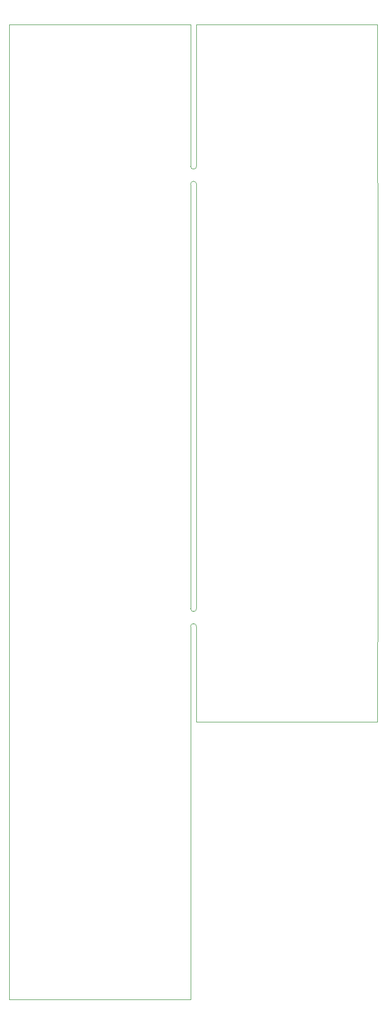
<source format=gbr>
%TF.GenerationSoftware,KiCad,Pcbnew,8.0.8*%
%TF.CreationDate,2025-03-24T10:51:23+01:00*%
%TF.ProjectId,column,636f6c75-6d6e-42e6-9b69-6361645f7063,rev?*%
%TF.SameCoordinates,Original*%
%TF.FileFunction,Profile,NP*%
%FSLAX46Y46*%
G04 Gerber Fmt 4.6, Leading zero omitted, Abs format (unit mm)*
G04 Created by KiCad (PCBNEW 8.0.8) date 2025-03-24 10:51:23*
%MOMM*%
%LPD*%
G01*
G04 APERTURE LIST*
%TA.AperFunction,Profile*%
%ADD10C,0.050000*%
%TD*%
G04 APERTURE END LIST*
D10*
X52500000Y-42750000D02*
X52500000Y-41500000D01*
X22500000Y-176500000D02*
X52500000Y-176500000D01*
X83500000Y-68000000D02*
X83500000Y-71000000D01*
X83500000Y-99750000D02*
X83500000Y-100500000D01*
X53500000Y-37500000D02*
X53457664Y-15000000D01*
X52500000Y-115500000D02*
X52500000Y-114750000D01*
X53500000Y-110750000D02*
X53500000Y-42750000D01*
X53500000Y-41500000D02*
X53500000Y-42750000D01*
X53500000Y-111750000D02*
G75*
G02*
X52500000Y-111750000I-500000J0D01*
G01*
X83457664Y-130500000D02*
X53457664Y-130500000D01*
X53457664Y-15000000D02*
X83457664Y-15000000D01*
X53500000Y-37500000D02*
X53500000Y-38500000D01*
X22500000Y-15000000D02*
X22500000Y-176500000D01*
X83500000Y-67000000D02*
X83500000Y-68000000D01*
X83500000Y-72000000D02*
X83500000Y-71000000D01*
X83457664Y-130500000D02*
X83500000Y-104250000D01*
X53500000Y-38500000D02*
G75*
G02*
X52500000Y-38500000I-500000J0D01*
G01*
X52500000Y-110750000D02*
X52500000Y-111750000D01*
X52500000Y-37500000D02*
X52500000Y-38500000D01*
X52500000Y-176500000D02*
X52500000Y-130500000D01*
X83500000Y-72000000D02*
X83500000Y-99750000D01*
X83500000Y-104250000D02*
X83500000Y-103500000D01*
X52500000Y-114750000D02*
G75*
G02*
X53500000Y-114750000I500000J0D01*
G01*
X53500000Y-114750000D02*
X53500000Y-115500000D01*
X83500000Y-103500000D02*
X83500000Y-100500000D01*
X52500000Y-37500000D02*
X52500000Y-15000000D01*
X52500000Y-41500000D02*
G75*
G02*
X53500000Y-41500000I500000J0D01*
G01*
X52500000Y-110750000D02*
X52500000Y-42750000D01*
X52500000Y-15000000D02*
X22500000Y-15000000D01*
X83500000Y-67000000D02*
X83457664Y-15000000D01*
X53500000Y-110750000D02*
X53500000Y-111750000D01*
X53457664Y-130500000D02*
X53500000Y-115500000D01*
X52500000Y-115500000D02*
X52500000Y-130500000D01*
M02*

</source>
